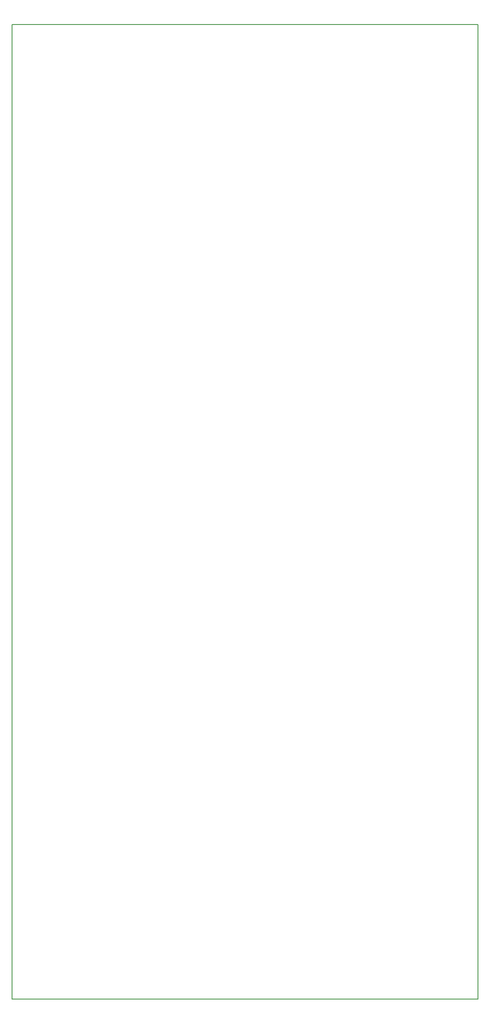
<source format=gbr>
G04 #@! TF.GenerationSoftware,KiCad,Pcbnew,5.0.0-fee4fd1~65~ubuntu16.04.1*
G04 #@! TF.CreationDate,2018-09-14T16:14:10+03:00*
G04 #@! TF.ProjectId,la3600_equalizer_amp,6C61333630305F657175616C697A6572,rev?*
G04 #@! TF.SameCoordinates,Original*
G04 #@! TF.FileFunction,Profile,NP*
%FSLAX46Y46*%
G04 Gerber Fmt 4.6, Leading zero omitted, Abs format (unit mm)*
G04 Created by KiCad (PCBNEW 5.0.0-fee4fd1~65~ubuntu16.04.1) date Fri Sep 14 16:14:10 2018*
%MOMM*%
%LPD*%
G01*
G04 APERTURE LIST*
%ADD10C,0.150000*%
G04 APERTURE END LIST*
D10*
X47752000Y-216408000D02*
X118872000Y-216408000D01*
X118872000Y-17780000D02*
X118872000Y-216408000D01*
X23876000Y-17780000D02*
X118872000Y-17780000D01*
X23876000Y-18288000D02*
X23876000Y-17780000D01*
X23876000Y-216408000D02*
X23876000Y-18288000D01*
X47752000Y-216408000D02*
X23876000Y-216408000D01*
M02*

</source>
